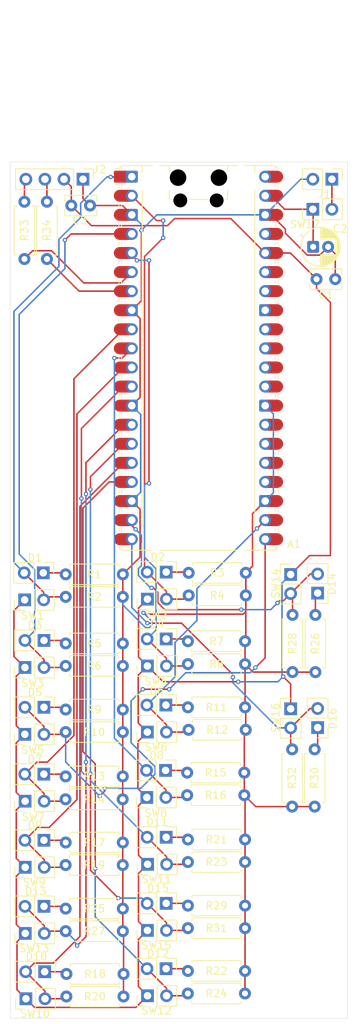
<source format=kicad_pcb>
(kicad_pcb (version 20241229) (generator "pcbnew") (generator_version "9.0")
  (layers (0 "F.Cu" signal) (2 "B.Cu" signal) (13 "F.Paste" user) (15 "B.Paste" user) (5 "F.SilkS" user "F.Silkscreen") (7 "B.SilkS" user "B.Silkscreen") (1 "F.Mask" user) (3 "B.Mask" user) (25 "Edge.Cuts" user))
  (net 0 "")
  (net 1 "/B5")
  (net 3 "GND")
  (net 7 "/B7")
  (net 8 "/VBAT")
  (net 10 "/B6")
  (net 11 "/B3")
  (net 12 "/B0")
  (net 13 "/A3")
  (net 16 "/A2")
  (net 17 "/A5")
  (net 19 "+3V3")
  (net 22 "/B4")
  (net 26 "/A1")
  (net 27 "/B2")
  (net 29 "/B1")
  (net 30 "/A4")
  (net 31 "/A7")
  (net 32 "/A0")
  (net 35 "/GP4")
  (net 40 "/A6")
  (net 42 "/GP5")
  (net 48 "Net-(D1-K)")
  (net 49 "Net-(D2-K)")
  (net 50 "Net-(D3-K)")
  (net 51 "Net-(D4-K)")
  (net 52 "Net-(D5-K)")
  (net 53 "Net-(D6-K)")
  (net 54 "Net-(D7-K)")
  (net 55 "Net-(D8-K)")
  (net 56 "Net-(D9-K)")
  (net 57 "Net-(D10-K)")
  (net 58 "Net-(D11-K)")
  (net 59 "Net-(D12-K)")
  (net 60 "Net-(D13-K)")
  (net 61 "Net-(D14-K)")
  (net 62 "Net-(D15-K)")
  (net 63 "Net-(D16-K)")
  (net 64 "Net-(J1-BAT+)")
  (net 65 "Net-(J2-SDA)")
  (net 66 "Net-(J2-SCK)")
  (footprint "Resistor_THT:R_Axial_DIN0207_L6.3mm_D2.5mm_P7.62mm_Horizontal" (layer "F.Cu") (at 151.42 122.3 180)
    (property "Reference" "R11")
    (property "Value" "1k")
  )
  (footprint "Connector_PinHeader_2.54mm:PinHeader_1x02_P2.54mm_Vertical" (layer "F.Cu") (at 140.865 122 -90)
    (property "Reference" "D6")
    (property "Value" "LED")
  )
  (footprint "Connector_PinHeader_2.54mm:PinHeader_1x02_P2.54mm_Vertical" (layer "F.Cu") (at 138.39 125.6 90)
    (property "Reference" "SW6")
    (property "Value" "SW_SPST")
  )
  (footprint "Connector_PinHeader_2.54mm:PinHeader_1x02_P2.54mm_Vertical" (layer "F.Cu") (at 122.1 143.6 90)
    (property "Reference" "SW9")
    (property "Value" "SW_SPST")
  )
  (footprint "Resistor_THT:R_Axial_DIN0207_L6.3mm_D2.5mm_P7.62mm_Horizontal" (layer "F.Cu") (at 127.5 107.6)
    (property "Reference" "R2")
    (property "Value" "10k")
  )
  (footprint "Resistor_THT:R_Axial_DIN0207_L6.3mm_D2.5mm_P7.62mm_Horizontal" (layer "F.Cu") (at 135.11 131.5 180)
    (property "Reference" "R13")
    (property "Value" "1k")
  )
  (footprint "Connector_PinHeader_2.54mm:PinHeader_1x02_P2.54mm_Vertical" (layer "F.Cu") (at 140.885 157.1 -90)
    (property "Reference" "D12")
    (property "Value" "LED")
  )
  (footprint "Module:RaspberryPi_Pico_Common_Unspecified" (layer "F.Cu") (at 145.21 75.79)
    (property "Reference" "A1")
    (property "Value" "RaspberryPi_Pico")
  )
  (footprint "Resistor_THT:R_Axial_DIN0207_L6.3mm_D2.5mm_P7.62mm_Horizontal" (layer "F.Cu") (at 151.52 104.4 180)
    (property "Reference" "R3")
    (property "Value" "1k")
  )
  (footprint "Connector_PinHeader_2.54mm:PinHeader_1x02_P2.54mm_Vertical" (layer "F.Cu") (at 124.59 131.2 -90)
    (property "Reference" "D7")
    (property "Value" "LED")
  )
  (footprint "Resistor_THT:R_Axial_DIN0207_L6.3mm_D2.5mm_P7.62mm_Horizontal" (layer "F.Cu") (at 143.89 125.3)
    (property "Reference" "R12")
    (property "Value" "10k")
  )
  (footprint "Connector_PinHeader_2.54mm:PinHeader_1x02_P2.54mm_Vertical" (layer "F.Cu") (at 140.82 130.7 -90)
    (property "Reference" "D8")
    (property "Value" "LED")
  )
  (footprint "Resistor_THT:R_Axial_DIN0207_L6.3mm_D2.5mm_P7.62mm_Horizontal" (layer "F.Cu") (at 135.12 149.1 180)
    (property "Reference" "R25")
    (property "Value" "1k")
  )
  (footprint "Connector_PinHeader_2.54mm:PinHeader_1x02_P2.54mm_Vertical" (layer "F.Cu") (at 138.4 107.9 90)
    (property "Reference" "SW2")
    (property "Value" "SW_SPST")
  )
  (footprint "Connector_PinHeader_2.54mm:PinHeader_1x02_P2.54mm_Vertical" (layer "F.Cu") (at 138.41 160.7 90)
    (property "Reference" "SW12")
    (property "Value" "SW_SPST")
  )
  (footprint "Connector_PinHeader_2.54mm:PinHeader_1x02_P2.54mm_Vertical" (layer "F.Cu") (at 122.11 152.4 90)
    (property "Reference" "SW13")
    (property "Value" "SW_SPST")
  )
  (footprint "Resistor_THT:R_Axial_DIN0207_L6.3mm_D2.5mm_P7.62mm_Horizontal" (layer "F.Cu") (at 157.75 109.99 -90)
    (property "Reference" "R28")
    (property "Value" "10k")
  )
  (footprint "Resistor_THT:R_Axial_DIN0207_L6.3mm_D2.5mm_P7.62mm_Horizontal" (layer "F.Cu") (at 151.32 131 180)
    (property "Reference" "R15")
    (property "Value" "1k")
  )
  (footprint "Connector_PinHeader_2.54mm:PinHeader_1x02_P2.54mm_Vertical" (layer "F.Cu") (at 124.61 148.8 -90)
    (property "Reference" "D13")
    (property "Value" "LED")
  )
  (footprint "Resistor_THT:R_Axial_DIN0207_L6.3mm_D2.5mm_P7.62mm_Horizontal" (layer "F.Cu") (at 135.12 140.3 180)
    (property "Reference" "R17")
    (property "Value" "1k")
  )
  (footprint "Resistor_THT:R_Axial_DIN0207_L6.3mm_D2.5mm_P7.62mm_Horizontal" (layer "F.Cu") (at 151.42 139.9 180)
    (property "Reference" "R21")
    (property "Value" "1k")
  )
  (footprint "Connector_PinHeader_2.54mm:PinHeader_1x02_P2.54mm_Vertical" (layer "F.Cu") (at 138.4 116.8 90)
    (property "Reference" "SW4")
    (property "Value" "SW_SPST")
  )
  (footprint "Resistor_THT:R_Axial_DIN0207_L6.3mm_D2.5mm_P7.62mm_Horizontal" (layer "F.Cu") (at 151.42 148.7 180)
    (property "Reference" "R29")
    (property "Value" "1k")
  )
  (footprint "Resistor_THT:R_Axial_DIN0207_L6.3mm_D2.5mm_P7.62mm_Horizontal" (layer "F.Cu") (at 143.8 151.7)
    (property "Reference" "R31")
    (property "Value" "10k")
  )
  (footprint "Connector_PinHeader_2.54mm:PinHeader_1x02_P2.54mm_Vertical" (layer "F.Cu") (at 140.9 139.6 -90)
    (property "Reference" "D11")
    (property "Value" "LED")
  )
  (footprint "Connector_PinHeader_2.54mm:PinHeader_1x02_P2.54mm_Vertical" (layer "F.Cu") (at 124.7 157.5 -90)
    (property "Reference" "D10")
    (property "Value" "LED")
  )
  (footprint "Connector_PinHeader_2.54mm:PinHeader_1x02_P2.54mm_Vertical" (layer "F.Cu") (at 124.6 140 -90)
    (property "Reference" "D9")
    (property "Value" "LED")
  )
  (footprint "Resistor_THT:R_Axial_DIN0207_L6.3mm_D2.5mm_P7.62mm_Horizontal" (layer "F.Cu") (at 143.8 116.55)
    (property "Reference" "R8")
    (property "Value" "10k")
  )
  (footprint "Connector_PinHeader_2.54mm:PinHeader_1x02_P2.54mm_Vertical" (layer "F.Cu") (at 160.46 56 90)
    (property "Reference" "SW17")
    (property "Value" "SW_SPST")
  )
  (footprint "Resistor_THT:R_Axial_DIN0207_L6.3mm_D2.5mm_P7.62mm_Horizontal" (layer "F.Cu") (at 135.22 157.8 180)
    (property "Reference" "R18")
    (property "Value" "1k")
  )
  (footprint "Connector_PinHeader_2.54mm:PinHeader_1x02_P2.54mm_Vertical" (layer "F.Cu") (at 124.61 113.4 -90)
    (property "Reference" "D3")
    (property "Value" "LED")
  )
  (footprint "Resistor_THT:R_Axial_DIN0207_L6.3mm_D2.5mm_P7.62mm_Horizontal" (layer "F.Cu") (at 127.5 152.1)
    (property "Reference" "R27")
    (property "Value" "10k")
  )
  (footprint "Resistor_THT:R_Axial_DIN0207_L6.3mm_D2.5mm_P7.62mm_Horizontal" (layer "F.Cu") (at 135.12 122.6 180)
    (property "Reference" "R9")
    (property "Value" "1k")
  )
  (footprint "Connector_PinHeader_2.54mm:PinHeader_1x02_P2.54mm_Vertical" (layer "F.Cu") (at 122.025 108 90)
    (property "Reference" "SW1")
    (property "Value" "SW_SPST")
  )
  (footprint "Connector_PinHeader_2.54mm:PinHeader_1x02_P2.54mm_Vertical" (layer "F.Cu") (at 161.1 125 180)
    (property "Reference" "D16")
    (property "Value" "LED")
  )
  (footprint "Resistor_THT:R_Axial_DIN0207_L6.3mm_D2.5mm_P7.62mm_Horizontal" (layer "F.Cu") (at 160.8 117.62 90)
    (property "Reference" "R26")
    (property "Value" "1k")
  )
  (footprint "Resistor_THT:R_Axial_DIN0207_L6.3mm_D2.5mm_P7.62mm_Horizontal" (layer "F.Cu") (at 122 55 -90)
    (property "Reference" "R33")
    (property "Value" "4.7k")
  )
  (footprint "Resistor_THT:R_Axial_DIN0207_L6.3mm_D2.5mm_P7.62mm_Horizontal" (layer "F.Cu") (at 127.49 143.3)
    (property "Reference" "R19")
    (property "Value" "10k")
  )
  (footprint "Connector_PinHeader_2.54mm:PinHeader_1x02_P2.54mm_Vertical" (layer "F.Cu") (at 138.425 143.2 90)
    (property "Reference" "SW11")
    (property "Value" "SW_SPST")
  )
  (footprint "Connector_PinHeader_2.54mm:PinHeader_1x02_P2.54mm_Vertical" (layer "F.Cu") (at 140.9 104.3 -90)
    (property "Reference" "D2")
    (property "Value" "LED")
  )
  (footprint "Resistor_THT:R_Axial_DIN0207_L6.3mm_D2.5mm_P7.62mm_Horizontal" (layer "F.Cu") (at 160.7 135.52 90)
    (property "Reference" "R30")
    (property "Value" "1k")
  )
  (footprint "Connector_PinHeader_2.54mm:PinHeader_1x02_P2.54mm_Vertical" (layer "F.Cu") (at 122.09 134.8 90)
    (property "Reference" "SW7")
    (property "Value" "SW_SPST")
  )
  (footprint "Connector_PinHeader_2.54mm:PinHeader_1x02_P2.54mm_Vertical" (layer "F.Cu") (at 122.06 125.9 90)
    (property "Reference" "SW5")
    (property "Value" "SW_SPST")
  )
  (footprint "Capacitor_THT:C_Rect_L4.0mm_W2.5mm_P2.50mm" (layer "F.Cu") (at 163.45 65.3 180)
    (property "Reference" "C1")
    (property "Value" "100nF")
  )
  (footprint "Connector_PinHeader_2.54mm:PinHeader_1x02_P2.54mm_Vertical" (layer "F.Cu") (at 124.6 122.3 -90)
    (property "Reference" "D5")
    (property "Value" "LED")
  )
  (footprint "Connector_PinHeader_2.54mm:PinHeader_1x02_P2.54mm_Vertical" (layer "F.Cu") (at 122.2 161.1 90)
    (property "Reference" "SW10")
    (property "Value" "SW_SPST")
  )
  (footprint "Resistor_THT:R_Axial_DIN0207_L6.3mm_D2.5mm_P7.62mm_Horizontal" (layer "F.Cu") (at 127.59 160.8)
    (property "Reference" "R20")
    (property "Value" "10k")
  )
  (footprint "Resistor_THT:R_Axial_DIN0207_L6.3mm_D2.5mm_P7.62mm_Horizontal" (layer "F.Cu") (at 125 62.62 90)
    (property "Reference" "R34")
    (property "Value" "4.7k")
  )
  (footprint "Resistor_THT:R_Axial_DIN0207_L6.3mm_D2.5mm_P7.62mm_Horizontal" (layer "F.Cu") (at 143.79 160.4)
    (property "Reference" "R24")
    (property "Value" "10k")
  )
  (footprint "Resistor_THT:R_Axial_DIN0207_L6.3mm_D2.5mm_P7.62mm_Horizontal" (layer "F.Cu") (at 151.42 157.4 180)
    (property "Reference" "R22")
    (property "Value" "1k")
  )
  (footprint "Resistor_THT:R_Axial_DIN0207_L6.3mm_D2.5mm_P7.62mm_Horizontal" (layer "F.Cu") (at 143.7 134)
    (property "Reference" "R16")
    (property "Value" "10k")
  )
  (footprint "Connector_PinHeader_2.54mm:PinHeader_1x02_P2.54mm_Vertical" (layer "F.Cu") (at 138.32 134.3 90)
    (property "Reference" "SW8")
    (property "Value" "SW_SPST")
  )
  (footprint "Resistor_THT:R_Axial_DIN0207_L6.3mm_D2.5mm_P7.62mm_Horizontal" (layer "F.Cu") (at 135.12 104.6 180)
    (property "Reference" "R1")
    (property "Value" "1k")
  )
  (footprint "Capacitor_THT:C_Rect_L4.0mm_W2.5mm_P2.50mm" (layer "F.Cu") (at 130.75 55.5 180)
    (property "Reference" "C3")
    (property "Value" "100nF")
  )
  (footprint "Resistor_THT:R_Axial_DIN0207_L6.3mm_D2.5mm_P7.62mm_Horizontal" (layer "F.Cu") (at 143.8 142.9)
    (property "Reference" "R23")
    (property "Value" "10k")
  )
  (footprint "Resistor_THT:R_Axial_DIN0207_L6.3mm_D2.5mm_P7.62mm_Horizontal" (layer "F.Cu") (at 127.5 116.795)
    (property "Reference" "R6")
    (property "Value" "10k")
  )
  (footprint "Resistor_THT:R_Axial_DIN0207_L6.3mm_D2.5mm_P7.62mm_Horizontal" (layer "F.Cu") (at 127.5 125.6)
    (property "Reference" "R10")
    (property "Value" "10k")
  )
  (footprint "Connector_PinHeader_2.54mm:PinHeader_1x04_P2.54mm_Vertical" (layer "F.Cu") (at 129.81 52 -90)
    (property "Reference" "J2")
    (property "Value" "Conn_01x04")
  )
  (footprint "Resistor_THT:R_Axial_DIN0207_L6.3mm_D2.5mm_P7.62mm_Horizontal" (layer "F.Cu") (at 143.9 107.4)
    (property "Reference" "R4")
    (property "Value" "10k")
  )
  (footprint "Connector_PinHeader_2.54mm:PinHeader_1x02_P2.54mm_Vertical" (layer "F.Cu") (at 157.5 104.62)
    (property "Reference" "SW14")
    (property "Value" "SW_SPST")
  )
  (footprint "Capacitor_THT:CP_Radial_D5.0mm_P2.00mm" (layer "F.Cu") (at 160.5 61)
    (property "Reference" "C2")
    (property "Value" "10uF")
  )
  (footprint "Resistor_THT:R_Axial_DIN0207_L6.3mm_D2.5mm_P7.62mm_Horizontal" (layer "F.Cu") (at 157.7 127.9 -90)
    (property "Reference" "R32")
    (property "Value" "10k")
  )
  (footprint "Connector_PinHeader_2.54mm:PinHeader_1x02_P2.54mm_Vertical" (layer "F.Cu") (at 163 52 -90)
    (property "Reference" "J1")
    (property "Value" "Conn_01x02")
  )
  (footprint "Connector_PinHeader_2.54mm:PinHeader_1x02_P2.54mm_Vertical" (layer "F.Cu") (at 161.1 107.095 180)
    (property "Reference" "D14")
    (property "Value" "LED")
  )
  (footprint "Resistor_THT:R_Axial_DIN0207_L6.3mm_D2.5mm_P7.62mm_Horizontal" (layer "F.Cu") (at 135.12 113.8 180)
    (property "Reference" "R5")
    (property "Value" "1k")
  )
  (footprint "Connector_PinHeader_2.54mm:PinHeader_1x02_P2.54mm_Vertical" (layer "F.Cu") (at 140.9 113.2 -90)
    (property "Reference" "D4")
    (property "Value" "LED")
  )
  (footprint "Connector_PinHeader_2.54mm:PinHeader_1x02_P2.54mm_Vertical" (layer "F.Cu") (at 157.5 122.5)
    (property "Reference" "SW16")
    (property "Value" "SW_SPST")
  )
  (footprint "Connector_PinHeader_2.54mm:PinHeader_1x02_P2.54mm_Vertical" (layer "F.Cu") (at 122.07 117 90)
    (property "Reference" "SW3")
    (property "Value" "SW_SPST")
  )
  (footprint "Resistor_THT:R_Axial_DIN0207_L6.3mm_D2.5mm_P7.62mm_Horizontal" (layer "F.Cu") (at 151.42 113.5 180)
    (property "Reference" "R7")
    (property "Value" "1k")
  )
  (footprint "Connector_PinHeader_2.54mm:PinHeader_1x02_P2.54mm_Vertical" (layer "F.Cu") (at 138.4 152 90)
    (property "Reference" "SW15")
    (property "Value" "SW_SPST")
  )
  (footprint "Resistor_THT:R_Axial_DIN0207_L6.3mm_D2.5mm_P7.62mm_Horizontal" (layer "F.Cu") (at 127.48 134.55)
    (property "Reference" "R14")
    (property "Value" "10k")
  )
  (footprint "Connector_PinHeader_2.54mm:PinHeader_1x02_P2.54mm_Vertical" (layer "F.Cu") (at 140.9 148.4 -90)
    (property "Reference" "D15")
    (property "Value" "LED")
  )
  (footprint "Connector_PinHeader_2.54mm:PinHeader_1x02_P2.54mm_Vertical" (layer "F.Cu") (at 124.51 104.4 -90)
    (property "Reference" "D1")
    (property "Value" "LED")
  )
  (gr_rect (start 120.1 49.7) (end 165.1 163.7) (stroke (width 0.05)) (fill no) (layer "Edge.Cuts"))
  (segment (start 143.49 160.7) (end 143.79 160.4) (width 0.2) (layer "F.Cu") (net 1))
  (segment (start 140.95 159.705) (end 140.95 160.7) (width 0.2) (layer "F.Cu") (net 1))
  (segment (start 136.32 92.3) (end 133.3 92.3) (width 0.2) (layer "F.Cu") (net 1))
  (segment (start 133.3 92.3) (end 129.9 95.7) (width 0.2) (layer "F.Cu") (net 1))
  (segment (start 129.804 128.2) (end 131.435265 129.831265) (width 0.2) (layer "F.Cu") (net 1))
  (segment (start 129.9 95.7) (end 129.804 95.796) (width 0.2) (layer "F.Cu") (net 1))
  (segment (start 131.435265 129.831265) (end 131.435265 143.766735) (width 0.2) (layer "F.Cu") (net 1))
  (segment (start 129.804 95.796) (end 129.804 128.2) (width 0.2) (layer "F.Cu") (net 1))
  (segment (start 140.95 160.7) (end 143.49 160.7) (width 0.2) (layer "F.Cu") (net 1))
  (segment (start 138.345 157.1) (end 140.95 159.705) (width 0.2) (layer "F.Cu") (net 1))
  (via (at 131.435265 143.766735) (size 0.6) (drill 0.3) (layers "F.Cu" "B.Cu") (net 1))
  (segment (start 131.435265 150.190265) (end 138.345 157.1) (width 0.2) (layer "B.Cu") (net 1))
  (segment (start 131.435265 143.766735) (end 131.435265 150.190265) (width 0.2) (layer "B.Cu") (net 1))
  (segment (start 151.52 109.549943) (end 151.168943 109.901) (width 0.2) (layer "F.Cu") (net 3))
  (segment (start 157.75 117.61) (end 152.48 117.61) (width 0.2) (layer "F.Cu") (net 3))
  (segment (start 129.81 52) (end 129.81 54.56) (width 0.2) (layer "F.Cu") (net 3))
  (segment (start 135.1 131.51) (end 135.11 131.5) (width 0.2) (layer "F.Cu") (net 3))
  (segment (start 151.51 122.39) (end 151.42 122.3) (width 0.2) (layer "F.Cu") (net 3))
  (segment (start 157.76 117.62) (end 157.75 117.61) (width 0.2) (layer "F.Cu") (net 3))
  (segment (start 135.11 125.61) (end 135.12 125.6) (width 0.2) (layer "F.Cu") (net 3))
  (segment (start 151.42 148.7) (end 151.42 142.9) (width 0.2) (layer "F.Cu") (net 3))
  (segment (start 135.21 160.8) (end 135.21 157.81) (width 0.2) (layer "F.Cu") (net 3))
  (segment (start 135.22 152.2) (end 135.12 152.1) (width 0.2) (layer "F.Cu") (net 3))
  (segment (start 151.42 139.9) (end 151.42 134.1) (width 0.2) (layer "F.Cu") (net 3))
  (segment (start 151.42 151.7) (end 151.42 148.7) (width 0.2) (layer "F.Cu") (net 3))
  (segment (start 151.52 104.4) (end 151.52 109.549943) (width 0.2) (layer "F.Cu") (net 3))
  (segment (start 138.04953 109.901) (end 137.874265 109.725735) (width 0.2) (layer "F.Cu") (net 3))
  (segment (start 136.32 69.44) (end 137.421 70.541) (width 0.2) (layer "F.Cu") (net 3))
  (segment (start 151.52 107.4) (end 151.52 104.4) (width 0.2) (layer "F.Cu") (net 3))
  (segment (start 135.12 143.31) (end 135.11 143.3) (width 0.2) (layer "F.Cu") (net 3))
  (segment (start 163.45 61.95) (end 162.5 61) (width 0.2) (layer "F.Cu") (net 3))
  (segment (start 152.411 103.509) (end 152.411 96.529) (width 0.2) (layer "F.Cu") (net 3))
  (segment (start 161.399 62.101) (end 159.71484 62.101) (width 0.2) (layer "F.Cu") (net 3))
  (segment (start 151.32 125.49) (end 151.51 125.3) (width 0.2) (layer "F.Cu") (net 3))
  (segment (start 137.421 95.941) (end 136.32 94.84) (width 0.2) (layer "F.Cu") (net 3))
  (segment (start 157.7 135.52) (end 152.84 135.52) (width 0.2) (layer "F.Cu") (net 3))
  (segment (start 129.81 54.56) (end 130.75 55.5) (width 0.2) (layer "F.Cu") (net 3))
  (segment (start 135.12 125.6) (end 135.12 122.6) (width 0.2) (layer "F.Cu") (net 3))
  (segment (start 159.71484 62.101) (end 156.801 59.18716) (width 0.2) (layer "F.Cu") (net 3))
  (segment (start 135.12 152.1) (end 135.12 149.1) (width 0.2) (layer "F.Cu") (net 3))
  (segment (start 151.32 131) (end 151.32 125.49) (width 0.2) (layer "F.Cu") (net 3))
  (segment (start 135.1 134.55) (end 135.1 131.51) (width 0.2) (layer "F.Cu") (net 3))
  (segment (start 151.42 113.5) (end 151.42 113.22) (width 0.2) (layer "F.Cu") (net 3))
  (segment (start 135.21 157.81) (end 135.22 157.8) (width 0.2) (layer "F.Cu") (net 3))
  (segment (start 135.11 143.3) (end 135.11 140.31) (width 0.2) (layer "F.Cu") (net 3))
  (segment (start 151.52 104.4) (end 152.411 103.509) (width 0.2) (layer "F.Cu") (net 3))
  (segment (start 137.421 102.299) (end 137.421 95.941) (width 0.2) (layer "F.Cu") (net 3))
  (segment (start 135.11 140.31) (end 135.12 140.3) (width 0.2) (layer "F.Cu") (net 3))
  (segment (start 137.421 81.039) (end 136.32 82.14) (width 0.2) (layer "F.Cu") (net 3))
  (segment (start 135.11 131.5) (end 135.11 125.61) (width 0.2) (layer "F.Cu") (net 3))
  (segment (start 152.411 96.529) (end 154.1 94.84) (width 0.2) (layer "F.Cu") (net 3))
  (segment (start 136.32 69.44) (end 137.6 68.16) (width 0.2) (layer "F.Cu") (net 3))
  (segment (start 151.42 113.22) (end 151.52 113.12) (width 0.2) (layer "F.Cu") (net 3))
  (segment (start 160.8 117.62) (end 157.76 117.62) (width 0.2) (layer "F.Cu") (net 3))
  (segment (start 135.12 122.6) (end 135.12 116.795) (width 0.2) (layer "F.Cu") (net 3))
  (segment (start 151.41 160.4) (end 151.41 157.41) (width 0.2) (layer "F.Cu") (net 3))
  (segment (start 151.168943 109.901) (end 138.04953 109.901) (width 0.2) (layer "F.Cu") (net 3))
  (segment (start 162.5 61) (end 161.399 62.101) (width 0.2) (layer "F.Cu") (net 3))
  (segment (start 135.12 149.1) (end 135.12 143.31) (width 0.2) (layer "F.Cu") (net 3))
  (segment (start 151.42 116.55) (end 151.42 113.5) (width 0.2) (layer "F.Cu") (net 3))
  (segment (start 135.08 55.5) (end 136.32 56.74) (width 0.2) (layer "F.Cu") (net 3))
  (segment (start 151.42 142.9) (end 151.42 139.9) (width 0.2) (layer "F.Cu") (net 3))
  (segment (start 151.52 113.12) (end 151.52 107.4) (width 0.2) (layer "F.Cu") (net 3))
  (segment (start 151.42 134.1) (end 151.32 134) (width 0.2) (layer "F.Cu") (net 3))
  (segment (start 135.12 140.3) (end 135.12 134.57) (width 0.2) (layer "F.Cu") (net 3))
  (segment (start 137.421 70.541) (end 137.421 81.039) (width 0.2) (layer "F.Cu") (net 3))
  (segment (start 151.32 134) (end 151.32 131) (width 0.2) (layer "F.Cu") (net 3))
  (segment (start 156.801 59.18716) (end 156.801 58.636) (width 0.2) (layer "F.Cu") (net 3))
  (segment (start 152.48 117.61) (end 151.42 116.55) (width 0.2) (layer "F.Cu") (net 3))
  (segment (start 163.45 65.3) (end 163.45 61.95) (width 0.2) (layer "F.Cu") (net 3))
  (segment (start 151.41 157.41) (end 151.42 157.4) (width 0.2) (layer "F.Cu") (net 3))
  (segment (start 154.905 56.74) (end 154.1 56.74) (width 0.2) (layer "F.Cu") (net 3))
  (segment (start 137.6 68.16) (end 137.6 58.8) (width 0.2) (layer "F.Cu") (net 3))
  (segment (start 152.84 135.52) (end 151.32 134) (width 0.2) (layer "F.Cu") (net 3))
  (segment (start 156.801 58.636) (end 154.905 56.74) (width 0.2) (layer "F.Cu") (net 3))
  (segment (start 130.75 55.5) (end 135.08 55.5) (width 0.2) (layer "F.Cu") (net 3))
  (segment (start 135.12 116.795) (end 135.12 113.8) (width 0.2) (layer "F.Cu") (net 3))
  (segment (start 135.12 107.6) (end 135.12 104.6) (width 0.2) (layer "F.Cu") (net 3))
  (segment (start 160.7 135.52) (end 157.7 135.52) (width 0.2) (layer "F.Cu") (net 3))
  (segment (start 135.12 104.6) (end 137.421 102.299) (width 0.2) (layer "F.Cu") (net 3))
  (segment (start 151.51 125.3) (end 151.51 122.39) (width 0.2) (layer "F.Cu") (net 3))
  (segment (start 135.22 157.8) (end 135.22 152.2) (width 0.2) (layer "F.Cu") (net 3))
  (segment (start 135.12 113.8) (end 135.12 107.6) (width 0.2) (layer "F.Cu") (net 3))
  (segment (start 151.42 157.4) (end 151.42 151.7) (width 0.2) (layer "F.Cu") (net 3))
  (segment (start 151.42 122.3) (end 151.42 116.55) (width 0.2) (layer "F.Cu") (net 3))
  (segment (start 135.12 134.57) (end 135.1 134.55) (width 0.2) (layer "F.Cu") (net 3))
  (via (at 137.874265 109.725735) (size 0.6) (drill 0.3) (layers "F.Cu" "B.Cu") (net 3))
  (via (at 137.6 58.8) (size 0.6) (drill 0.3) (layers "F.Cu" "B.Cu") (net 3))
  (segment (start 139.001 111.348943) (end 138.648943 111.701) (width 0.2) (layer "B.Cu") (net 3))
  (segment (start 138.151057 111.701) (end 135.12 108.669943) (width 0.2) (layer "B.Cu") (net 3))
  (segment (start 138.648943 111.701) (end 138.151057 111.701) (width 0.2) (layer "B.Cu") (net 3))
  (segment (start 155.201 93.739) (end 154.1 94.84) (width 0.2) (layer "B.Cu") (net 3))
  (segment (start 137.6 58.02) (end 136.32 56.74) (width 0.2) (layer "B.Cu") (net 3))
  (segment (start 154.1 82.14) (end 155.201 83.241) (width 0.2) (layer "B.Cu") (net 3))
  (segment (start 137.874265 109.725735) (end 139.001 110.85247) (width 0.2) (layer "B.Cu") (net 3))
  (segment (start 139.66 56.74) (end 154.1 56.74) (width 0.2) (layer "B.Cu") (net 3))
  (segment (start 137.5 83.32) (end 136.32 82.14) (width 0.2) (layer "B.Cu") (net 3))
  (segment (start 155.201 83.241) (end 155.201 93.739) (width 0.2) (layer "B.Cu") (net 3))
  (segment (start 158.84 52) (end 160.46 52) (width 0.2) (layer "B.Cu") (net 3))
  (segment (start 135.12 108.669943) (end 135.12 107.6) (width 0.2) (layer "B.Cu") (net 3))
  (segment (start 137.5 93.66) (end 137.5 83.32) (width 0.2) (layer "B.Cu") (net 3))
  (segment (start 137.6 58.8) (end 139.66 56.74) (width 0.2) (layer "B.Cu") (net 3))
  (segment (start 154.1 56.74) (end 158.84 52) (width 0.2) (layer "B.Cu") (net 3))
  (segment (start 139.001 110.85247) (end 139.001 111.348943) (width 0.2) (layer "B.Cu") (net 3))
  (segment (start 136.32 94.84) (end 137.5 93.66) (width 0.2) (layer "B.Cu") (net 3))
  (segment (start 137.6 58.8) (end 137.6 58.02) (width 0.2) (layer "B.Cu") (net 3))
  (segment (start 138.4 111.1) (end 142.95705 111.1) (width 0.2) (layer "F.Cu") (net 7))
  (segment (start 160.08 122.46) (end 157.5 125.04) (width 0.2) (layer "F.Cu") (net 7))
  (segment (start 161.1 122.46) (end 160.08 122.46) (width 0.2) (layer "F.Cu") (net 7))
  (segment (start 142.95705 111.1) (end 149.8 117.94295) (width 0.2) (layer "F.Cu") (net 7))
  (segment (start 149.8 117.94295) (end 149.8 118.3) (width 0.2) (layer "F.Cu") (net 7))
  (segment (start 157.5 127.7) (end 157.7 127.9) (width 0.2) (layer "F.Cu") (net 7))
  (segment (start 157.5 125.04) (end 157.5 127.7) (width 0.2) (layer "F.Cu") (net 7))
  (via (at 138.4 111.1) (size 0.6) (drill 0.3) (layers "F.Cu" "B.Cu") (net 7))
  (via (at 149.8 118.3) (size 0.6) (drill 0.3) (layers "F.Cu" "B.Cu") (net 7))
  (segment (start 155.790057 125.04) (end 157.5 125.04) (width 0.2) (layer "B.Cu") (net 7))
  (segment (start 136.32 109.02) (end 138.4 111.1) (width 0.2) (layer "B.Cu") (net 7))
  (segment (start 136.32 99.92) (end 136.32 109.02) (width 0.2) (layer "B.Cu") (net 7))
  (segment (start 149.8 119.049943) (end 155.790057 125.04) (width 0.2) (layer "B.Cu") (net 7))
  (segment (start 149.8 118.3) (end 149.8 119.049943) (width 0.2) (layer "B.Cu") (net 7))
  (segment (start 160.5 61) (end 160.5 56.04) (width 0.2) (layer "F.Cu") (net 8))
  (segment (start 160.46 56) (end 156.7 56) (width 0.2) (layer "F.Cu") (net 8))
  (segment (start 156.7 56) (end 154.9 54.2) (width 0.2) (layer "F.Cu") (net 8))
  (segment (start 160.5 56.04) (end 160.46 56) (width 0.2) (layer "F.Cu") (net 8))
  (segment (start 139.202 106.4) (end 139.789 106.987) (width 0.2) (layer "F.Cu") (net 10))
  (segment (start 155.749 108.4) (end 156.049 108.1) (width 0.2) (layer "F.Cu") (net 10))
  (segment (start 136.32 97.38) (end 136.32 98.099) (width 0.2) (layer "F.Cu") (net 10))
  (segment (start 136.32 98.099) (end 136.821 98.6) (width 0.2) (layer "F.Cu") (net 10))
  (segment (start 138.951 106.4) (end 139.202 106.4) (width 0.2) (layer "F.Cu") (net 10))
  (segment (start 140.71224 109.3) (end 150.92 109.3) (width 0.2) (layer "F.Cu") (net 10))
  (segment (start 156.56 108.1) (end 157.5 107.16) (width 0.2) (layer "F.Cu") (net 10))
  (segment (start 157.5 107.16) (end 160.105 104.555) (width 0.2) (layer "F.Cu") (net 10))
  (segment (start 156.049 108.1) (end 156.56 108.1) (width 0.2) (layer "F.Cu") (net 10))
  (segment (start 157.75 109.99) (end 157.75 107.41) (width 0.2) (layer "F.Cu") (net 10))
  (segment (start 160.105 104.555) (end 161.1 104.555) (width 0.2) (layer "F.Cu") (net 10))
  (segment (start 139.789 108.37676) (end 140.71224 109.3) (width 0.2) (layer "F.Cu") (net 10))
  (segment (start 157.75 107.41) (end 157.5 107.16) (width 0.2) (layer "F.Cu") (net 10))
  (segment (start 139.789 106.987) (end 139.789 108.37676) (width 0.2) (layer "F.Cu") (net 10))
  (via (at 138.951 106.4) (size 0.6) (drill 0.3) (layers "F.Cu" "B.Cu") (net 10))
  (via (at 155.749 108.4) (size 0.6) (drill 0.3) (layers "F.Cu" "B.Cu") (net 10))
  (via (at 136.821 98.6) (size 0.6) (drill 0.3) (layers "F.Cu" "B.Cu") (net 10))
  (via (at 150.92 109.3) (size 0.6) (drill 0.3) (layers "F.Cu" "B.Cu") (net 10))
  (segment (start 137.209 103.82324) (end 137.209 104.77676) (width 0.2) (layer "B.Cu") (net 10))
  (segment (start 137.608 99.387) (end 137.608 103.42424) (width 0.2) (layer "B.Cu") (net 10))
  (segment (start 138.83224 106.4) (end 138.951 106.4) (width 0.2) (layer "B.Cu") (net 10))
  (segment (start 137.608 103.42424) (end 137.209 103.82324) (width 0.2) (layer "B.Cu") (net 10))
  (segment (start 137.209 104.77676) (end 138.83224 106.4) (width 0.2) (layer "B.Cu") (net 10))
  (segment (start 136.821 98.6) (end 137.608 99.387) (width 0.2) (layer "B.Cu") (net 10))
  (segment (start 154.849 109.3) (end 155.749 108.4) (width 0.2) (layer "B.Cu") (net 10))
  (segment (start 150.92 109.3) (end 154.849 109.3) (width 0.2) (layer "B.Cu") (net 10))
  (segment (start 143.5 152) (end 143.8 151.7) (width 0.2) (layer "F.Cu") (net 11))
  (segment (start 138.36 148.4) (end 140.94 150.98) (width 0.2) (layer "F.Cu") (net 11))
  (segment (start 130.802 143.982) (end 134.52 147.7) (width 0.2) (layer "F.Cu") (net 11))
  (segment (start 130.802 131.145735) (end 130.802 143.982) (width 0.2) (layer "F.Cu") (net 11))
  (segment (start 140.94 152) (end 143.5 152) (width 0.2) (layer "F.Cu") (net 11))
  (segment (start 130.802 91.60663) (end 130.802 93.298103) (width 0.2) (layer "F.Cu") (net 11))
  (segment (start 140.94 150.98) (end 140.94 152) (width 0.2) (layer "F.Cu") (net 11))
  (segment (start 135.18863 87.22) (end 130.802 91.60663) (width 0.2) (layer "F.Cu") (net 11))
  (segment (start 136.32 87.22) (end 135.18863 87.22) (width 0.2) (layer "F.Cu") (net 11))
  (via (at 134.52 147.7) (size 0.6) (drill 0.3) (layers "F.Cu" "B.Cu") (net 11))
  (via (at 130.802 93.298103) (size 0.6) (drill 0.3) (layers "F.Cu" "B.Cu") (net 11))
  (via (at 130.802 131.145735) (size 0.6) (drill 0.3) (layers "F.Cu" "B.Cu") (net 11))
  (segment (start 137.66 147.7) (end 138.36 148.4) (width 0.2) (layer "B.Cu") (net 11))
  (segment (start 130.802 93.298103) (end 130.802 131.145735) (width 0.2) (layer "B.Cu") (net 11))
  (segment (start 134.52 147.7) (end 137.66 147.7) (width 0.2) (layer "B.Cu") (net 11))
  (segment (start 129.002 83.24663) (end 129.002 134.58505) (width 0.2) (layer "F.Cu") (net 12))
  (segment (start 129.002 134.58505) (end 125.28705 138.3) (width 0.2) (layer "F.Cu") (net 12))
  (segment (start 125.28705 138.3) (end 123.76 138.3) (width 0.2) (layer "F.Cu") (net 12))
  (segment (start 122.06 140) (end 124.64 142.58) (width 0.2) (layer "F.Cu") (net 12))
  (segment (start 123.76 138.3) (end 122.06 140) (width 0.2) (layer "F.Cu") (net 12))
  (segment (start 124.64 143.6) (end 127.19 143.6) (width 0.2) (layer "F.Cu") (net 12))
  (segment (start 135.18863 77.06) (end 129.002 83.24663) (width 0.2) (layer "F.Cu") (net 12))
  (segment (start 136.32 77.06) (end 135.18863 77.06) (width 0.2) (layer "F.Cu") (net 12))
  (segment (start 127.19 143.6) (end 127.49 143.3) (width 0.2) (layer "F.Cu") (net 12))
  (segment (start 124.64 142.58) (end 124.64 143.6) (width 0.2) (layer "F.Cu") (net 12))
  (segment (start 140.94 116.8) (end 143.55 116.8) (width 0.2) (layer "F.Cu") (net 13))
  (segment (start 136.32 61.82) (end 136.32 62.12) (width 0.2) (layer "F.Cu") (net 13))
  (segment (start 140.94 115.78) (end 140.94 116.8) (width 0.2) (layer "F.Cu") (net 13))
  (segment (start 138.609 62.811883) (end 138.609 92.49) (width 0.2) (layer "F.Cu") (net 13))
  (segment (start 136.32 62.12) (end 137 62.8) (width 0.2) (layer "F.Cu") (net 13))
  (segment (start 138.36 113.2) (end 140.94 115.78) (width 0.2) (layer "F.Cu") (net 13))
  (segment (start 143.55 116.8) (end 143.8 116.55) (width 0.2) (layer "F.Cu") (net 13))
  (via (at 137 62.8) (size 0.6) (drill 0.3) (layers "F.Cu" "B.Cu") (net 13))
  (via (at 138.609 92.49) (size 0.6) (drill 0.3) (layers "F.Cu" "B.Cu") (net 13))
  (via (at 138.609 62.811883) (size 0.6) (drill 0.3) (layers "F.Cu" "B.Cu") (net 13))
  (segment (start 137 62.8) (end 138.597117 62.8) (width 0.2) (layer "B.Cu") (net 13))
  (segment (start 139.551 103.86324) (end 139.551 112.009) (width 0.2) (layer "B.Cu") (net 13))
  (segment (start 138.609 92.49) (end 138.267164 92.49) (width 0.2) (layer "B.Cu") (net 13))
  (segment (start 138.597117 62.8) (end 138.609 62.811883) (width 0.2) (layer "B.Cu") (net 13))
  (segment (start 138.267164 92.49) (end 138.009 92.748164) (width 0.2) (layer "B.Cu") (net 13))
  (segment (start 139.551 112.009) (end 138.36 113.2) (width 0.2) (layer "B.Cu") (net 13))
  (segment (start 138.009 102.32124) (end 139.551 103.86324) (width 0.2) (layer "B.Cu") (net 13))
  (segment (start 138.009 92.748164) (end 138.009 102.32124) (width 0.2) (layer "B.Cu") (net 13))
  (segment (start 122.07 113.4) (end 124.61 115.94) (width 0.2) (layer "F.Cu") (net 16))
  (segment (start 127.295 117) (end 127.5 116.795) (width 0.2) (layer "F.Cu") (net 16))
  (segment (start 136.32 59.28) (end 128.22 59.28) (width 0.2) (layer "F.Cu") (net 16))
  (segment (start 128.22 59.28) (end 127.4 60.1) (width 0.2) (layer "F.Cu") (net 16))
  (segment (start 124.61 115.94) (end 124.61 117) (width 0.2) (layer "F.Cu") (net 16))
  (segment (start 124.61 117) (end 127.295 117) (width 0.2) (layer "F.Cu") (net 16))
  (via (at 127.4 60.1) (size 0.6) (drill 0.3) (layers "F.Cu" "B.Cu") (net 16))
  (segment (start 127.4 60.1) (end 127.4 63.9) (width 0.2) (layer "B.Cu") (net 16))
  (segment (start 127.4 63.9) (end 121.3 70) (width 0.2) (layer "B.Cu") (net 16))
  (segment (start 122.07 113.4) (end 123.359 112.111) (width 0.2) (layer "B.Cu") (net 16))
  (segment (start 123.359 103.959) (end 121.3 101.9) (width 0.2) (layer "B.Cu") (net 16))
  (segment (start 121.3 70) (end 121.3 101.9) (width 0.2) (layer "B.Cu") (net 16))
  (segment (start 123.359 112.111) (end 123.359 103.959) (width 0.2) (layer "B.Cu") (net 16))
  (segment (start 140.93 124.605) (end 140.93 125.6) (width 0.2) (layer "F.Cu") (net 17))
  (segment (start 138.325 122) (end 140.93 124.605) (width 0.2) (layer "F.Cu") (net 17))
  (segment (start 140.93 125.6) (end 143.59 125.6) (width 0.2) (layer "F.Cu") (net 17))
  (segment (start 143.59 125.6) (end 143.89 125.3) (width 0.2) (layer "F.Cu") (net 17))
  (segment (start 154.1 97.38) (end 154.1 97.411) (width 0.2) (layer "F.Cu") (net 17))
  (segment (start 154.1 97.411) (end 153.011 98.5) (width 0.2) (layer "F.Cu") (net 17))
  (via (at 153.011 98.5) (size 0.6) (drill 0.3) (layers "F.Cu" "B.Cu") (net 17))
  (segment (start 142.091 113.65195) (end 142.091 118.234) (width 0.2) (layer "B.Cu") (net 17))
  (segment (start 153.011 98.5) (end 145.001 106.51) (width 0.2) (layer "B.Cu") (net 17))
  (segment (start 145.001 106.51) (end 145.001 110.74195) (width 0.2) (layer "B.Cu") (net 17))
  (segment (start 145.001 110.74195) (end 142.091 113.65195) (width 0.2) (layer "B.Cu") (net 17))
  (segment (start 142.091 118.234) (end 138.325 122) (width 0.2) (layer "B.Cu") (net 17))
  (segment (start 120.601 109.424) (end 122.025 108) (width 0.2) (layer "F.Cu") (net 19))
  (segment (start 120.909 135.981) (end 122.09 134.8) (width 0.2) (layer "F.Cu") (net 19))
  (segment (start 140.5 118.9) (end 150.5 118.9) (width 0.2) (layer "F.Cu") (net 19))
  (segment (start 127.27 52) (end 128.25 52.98) (width 0.2) (layer "F.Cu") (net 19))
  (segment (start 138.425 143.2) (end 137.209 141.984) (width 0.2) (layer "F.Cu") (net 19))
  (segment (start 137.174 124.384) (end 137.174 118.026) (width 0.2) (layer "F.Cu") (net 19))
  (segment (start 157.5 119.21) (end 156.5 118.21) (width 0.2) (layer "F.Cu") (net 19))
  (segment (start 122.2 161.1) (end 121.009 159.909) (width 0.2) (layer "F.Cu") (net 19))
  (segment (start 137.129 126.861) (end 138.39 125.6) (width 0.2) (layer "F.Cu") (net 19))
  (segment (start 137.194 153.206) (end 138.4 152) (width 0.2) (layer "F.Cu") (net 19))
  (segment (start 120.909 142.409) (end 120.909 135.981) (width 0.2) (layer "F.Cu") (net 19))
  (segment (start 122.11 152.4) (end 120.919 151.209) (width 0.2) (layer "F.Cu") (net 19))
  (segment (start 128.25 52.98) (end 128.25 55.5) (width 0.2) (layer "F.Cu") (net 19))
  (segment (start 137.209 144.416) (end 138.425 143.2) (width 0.2) (layer "F.Cu") (net 19))
  (segment (start 137.209 141.984) (end 137.209 135.411) (width 0.2) (layer "F.Cu") (net 19))
  (segment (start 137.174 118.026) (end 138.4 116.8) (width 0.2) (layer "F.Cu") (net 19))
  (segment (start 121.009 159.909) (end 121.009 153.501) (width 0.2) (layer "F.Cu") (net 19))
  (segment (start 137.209 150.809) (end 137.209 144.416) (width 0.2) (layer "F.Cu") (net 19))
  (segment (start 122.09 134.8) (end 120.899 133.609) (width 0.2) (layer "F.Cu") (net 19))
  (segment (start 120.601 115.531) (end 120.601 109.424) (width 0.2) (layer "F.Cu") (net 19))
  (segment (start 122.1 143.6) (end 120.909 142.409) (width 0.2) (layer "F.Cu") (net 19))
  (segment (start 137.209 115.609) (end 137.209 109.091) (width 0.2) (layer "F.Cu") (net 19))
  (segment (start 121.009 153.501) (end 122.11 152.4) (width 0.2) (layer "F.Cu") (net 19))
  (segment (start 141.074082 58.179) (end 142.014082 57.239) (width 0.2) (layer "F.Cu") (net 19))
  (segment (start 120.919 151.209) (end 120.919 144.781) (width 0.2) (layer "F.Cu") (net 19))
  (segment (start 138.32 134.3) (end 137.129 133.109) (width 0.2) (layer "F.Cu") (net 19))
  (segment (start 138.4 116.8) (end 137.209 115.609) (width 0.2) (layer "F.Cu") (net 19))
  (segment (start 137.209 135.411) (end 138.32 134.3) (width 0.2) (layer "F.Cu") (net 19))
  (segment (start 120.909 118.161) (end 122.07 117) (width 0.2) (layer "F.Cu") (net 19))
  (segment (start 160.95 65.3) (end 157.47 61.82) (width 0.2) (layer "F.Cu") (net 19))
  (segment (start 162.8 102.1) (end 162.8 68.4) (width 0.2) (layer "F.Cu") (net 19))
  (segment (start 120.909 124.749) (end 120.909 118.161) (width 0.2) (layer "F.Cu") (net 19))
  (segment (start 122.07 117) (end 120.601 115.531) (width 0.2) (layer "F.Cu") (net 19))
  (segment (start 136.859 162.251) (end 123.351 162.251) (width 0.2) (layer "F.Cu") (net 19))
  (segment (start 157.47 61.82) (end 154.1 61.82) (width 0.2) (layer "F.Cu") (net 19))
  (segment (start 130.929 58.179) (end 141.074082 58.179) (width 0.2) (layer "F.Cu") (net 19))
  (segment (start 160.95 66.55) (end 160.95 65.3) (width 0.2) (layer "F.Cu") (net 19))
  (segment (start 138.41 160.7) (end 137.194 159.484) (width 0.2) (layer "F.Cu") (net 19))
  (segment (start 162.8 68.4) (end 160.95 66.55) (width 0.2) (layer "F.Cu") (net 19))
  (segment (start 137.129 133.109) (end 137.129 126.861) (width 0.2) (layer "F.Cu") (net 19))
  (segment (start 138.4 152) (end 137.209 150.809) (width 0.2) (layer "F.Cu") (net 19))
  (segment (start 137.194 159.484) (end 137.194 153.206) (width 0.2) (layer "F.Cu") (net 19))
  (segment (start 157.5 122.5) (end 157.5 119.21) (width 0.2) (layer "F.Cu") (net 19))
  (segment (start 157.5 104.62) (end 160.02 102.1) (width 0.2) (layer "F.Cu") (net 19))
  (segment (start 138.4 116.8) (end 140.5 118.9) (width 0.2) (layer "F.Cu") (net 19))
  (segment (start 120.899 133.609) (end 120.899 127.061) (width 0.2) (layer "F.Cu") (net 19))
  (segment (start 138.41 160.7) (end 136.859 162.251) (width 0.2) (layer "F.Cu") (net 19))
  (segment (start 137.209 109.091) (end 138.4 107.9) (width 0.2) (layer "F.Cu") (net 19))
  (segment (start 122.06 125.9) (end 120.909 124.749) (width 0.2) (layer "F.Cu") (net 19))
  (segment (start 142.014082 57.239) (end 149.519 57.239) (width 0.2) (layer "F.Cu") (net 19))
  (segment (start 123.351 162.251) (end 122.2 161.1) (width 0.2) (layer "F.Cu") (net 19))
  (segment (start 120.919 144.781) (end 122.1 143.6) (width 0.2) (layer "F.Cu") (net 19))
  (segment (start 138.39 125.6) (end 137.174 124.384) (width 0.2) (layer "F.Cu") (net 19))
  (segment (start 120.899 127.061) (end 122.06 125.9) (width 0.2) (layer "F.Cu") (net 19))
  (segment (start 149.519 57.239) (end 154.1 61.82) (width 0.2) (layer "F.Cu") (net 19))
  (segment (start 128.25 55.5) (end 130.929 58.179) (width 0.2) (layer "F.Cu") (net 19))
  (segment (start 160.02 102.1) (end 162.8 102.1) (width 0.2) (layer "F.Cu") (net 19))
  (via (at 150.5 118.9) (size 0.6) (drill 0.3) (layers "F.Cu" "B.Cu") (net 19))
  (via (at 156.5 118.21) (size 0.6) (drill 0.3) (layers "F.Cu" "B.Cu") (net 19))
  (segment (start 156.349 105.771) (end 157.5 104.62) (width 0.2) (layer "B.Cu") (net 19))
  (segment (start 156.5 118.21) (end 156.349 118.059) (width 0.2) (layer "B.Cu") (net 19))
  (segment (start 150.5 118.9) (end 155.81 118.9) (width 0.2) (layer "B.Cu") (net 19))
  (segment (start 155.81 118.9) (end 156.5 118.21) (width 0.2) (layer "B.Cu") (net 19))
  (segment (start 156.349 118.059) (end 156.349 105.771) (width 0.2) (layer "B.Cu") (net 19))
  (segment (start 122.16 157.5) (end 124.74 160.08) (width 0.2) (layer "F.Cu") (net 22))
  (segment (start 124.74 161.1) (end 127.29 161.1) (width 0.2) (layer "F.Cu") (net 22))
  (segment (start 125.851 156.349) (end 123.311 156.349) (width 0.2) (layer "F.Cu") (net 22))
  (segment (start 127.29 161.1) (end 127.59 160.8) (width 0.2) (layer "F.Cu") (net 22))
  (segment (start 135.18863 89.76) (end 129.403 95.54563) (width 0.2) (layer "F.Cu") (net 22))
  (segment (start 123.311 156.349) (end 122.16 157.5) (width 0.2) (layer "F.Cu") (net 22))
  (segment (start 124.74 160.08) (end 124.74 161.1) (width 0.2) (layer "F.Cu") (net 22))
  (segment (start 129.403 152.797) (end 125.851 156.349) (width 0.2) (layer "F.Cu") (net 22))
  (segment (start 129.403 95.54563) (end 129.403 152.797) (width 0.2) (layer "F.Cu") (net 22))
  (segment (start 136.32 89.76) (end 135.18863 89.76) (width 0.2) (layer "F.Cu") (net 22))
  (segment (start 139.62 57.5) (end 140.5 57.5) (width 0.2) (layer "F.Cu") (net 26))
  (segment (start 136.32 54.2) (end 139.62 57.5) (width 0.2) (layer "F.Cu") (net 26))
  (segment (start 140.94 106.88) (end 140.94 107.9) (width 0.2) (layer "F.Cu") (net 26))
  (segment (start 140.5 59.8) (end 138.009 62.291) (width 0.2) (layer "F.Cu") (net 26))
  (segment (start 143.4 107.9) (end 143.9 107.4) (width 0.2) (layer "F.Cu") (net 26))
  (segment (start 140.94 107.9) (end 143.4 107.9) (width 0.2) (layer "F.Cu") (net 26))
  (segment (start 138.009 62.291) (end 138.009 103.949) (width 0.2) (layer "F.Cu") (net 26))
  (segment (start 138.009 103.949) (end 138.36 104.3) (width 0.2) (layer "F.Cu") (net 26))
  (segment (start 138.36 104.3) (end 140.94 106.88) (width 0.2) (layer "F.Cu") (net 26))
  (segment (start 136.32 54.2) (end 135.099054 54.2) (width 0.2) (layer "F.Cu") (net 26))
  (via (at 140.5 59.8) (size 0.6) (drill 0.3) (layers "F.Cu" "B.Cu") (net 26))
  (via (at 140.5 57.5) (size 0.6) (drill 0.3) (layers "F.Cu" "B.Cu") (net 26))
  (segment (start 140.5 57.5) (end 140.5 59.8) (width 0.2) (layer "B.Cu") (net 26))
  (segment (start 130.202 129.6) (end 130.202 152.84653) (width 0.2) (layer "F.Cu") (net 27))
  (segment (start 124.95 152.1) (end 124.65 152.4) (width 0.2) (layer "F.Cu") (net 27))
  (segment (start 130.202 152.84653) (end 129.024265 154.024265) (width 0.2) (layer "F.Cu") (net 27))
  (segment (start 135.25726 84.68) (end 130.202 89.73526) (width 0.2) (layer "F.Cu") (net 27))
  (segment (start 130.202 89.73526) (end 130.202 93.898103) (width 0.2) (layer "F.Cu") (net 27))
  (segment (start 124.65 151.38) (end 124.65 152.4) (width 0.2) (layer "F.Cu") (net 27))
  (segment (start 122.07 148.8) (end 124.65 151.38) (width 0.2) (layer "F.Cu") (net 27))
  (segment (start 127.5 152.1) (end 124.95 152.1) (width 0.2) (layer "F.Cu") (net 27))
  (segment (start 136.32 84.68) (end 135.25726 84.68) (width 0.2) (layer "F.Cu") (net 27))
  (via (at 130.202 129.6) (size 0.6) (drill 0.3) (layers "F.Cu" "B.Cu") (net 27))
  (via (at 129.024265 154.024265) (size 0.6) (drill 0.3) (layers "F.Cu" "B.Cu") (net 27))
  (via (at 130.202 93.898103) (size 0.6) (drill 0.3) (layers "F.Cu" "B.Cu") (net 27))
  (segment (start 130.202 93.898103) (end 130.202 129.6) (width 0.2) (layer "B.Cu") (net 27))
  (segment (start 128.8 153.4) (end 127.5 152.1) (width 0.2) (layer "B.Cu") (net 27))
  (segment (start 129.024265 154.024265) (end 128.8 153.8) (width 0.2) (layer "B.Cu") (net 27))
  (segment (start 128.8 153.8) (end 128.8 153.4) (width 0.2) (layer "B.Cu") (net 27))
  (segment (start 140.965 142.205) (end 140.965 143.2) (width 0.2) (layer "F.Cu") (net 29))
  (segment (start 138.36 139.6) (end 140.965 142.205) (width 0.2) (layer "F.Cu") (net 29))
  (segment (start 136.32 79.6) (end 135.18863 79.6) (width 0.2) (layer "F.Cu") (net 29))
  (segment (start 135.18863 79.6) (end 129.602 85.18663) (width 0.2) (layer "F.Cu") (net 29))
  (segment (start 143.5 143.2) (end 143.8 142.9) (width 0.2) (layer "F.Cu") (net 29))
  (segment (start 129.602 85.18663) (end 129.602 94.498102) (width 0.2) (layer "F.Cu") (net 29))
  (segment (start 140.965 143.2) (end 143.5 143.2) (width 0.2) (layer "F.Cu") (net 29))
  (via (at 129.602 94.498102) (size 0.6) (drill 0.3) (layers "F.Cu" "B.Cu") (net 29))
  (segment (start 129.602 130.842) (end 138.36 139.6) (width 0.2) (layer "B.Cu") (net 29))
  (segment (start 129.602 94.498102) (end 129.602 130.842) (width 0.2) (layer "B.Cu") (net 29))
  (segment (start 154.1 99.92) (end 154.1 115.71) (width 0.2) (layer "F.Cu") (net 30))
  (segment (start 137.7 119.9) (end 137.774 119.9) (width 0.2) (layer "F.Cu") (net 30))
  (segment (start 132.704265 133.095735) (end 132.704265 133.454793) (width 0.2) (layer "F.Cu") (net 30))
  (segment (start 154.1 115.71) (end 152.8 117.01) (width 0.2) (layer "F.Cu") (net 30))
  (segment (start 124.6 125.9) (end 127.2 125.9) (width 0.2) (layer "F.Cu") (net 30))
  (segment (start 124.6 124.84) (end 124.6 125.9) (width 0.2) (layer "F.Cu") (net 30))
  (segment (start 122.06 122.3) (end 124.6 124.84) (width 0.2) (layer "F.Cu") (net 30))
  (segment (start 127.2 125.9) (end 127.5 125.6) (width 0.2) (layer "F.Cu") (net 30))
  (segment (start 141.3 119.9) (end 137.7 119.9) (width 0.2) (layer "F.Cu") (net 30))
  (segment (start 132.704265 133.454793) (end 132.035265 134.123793) (width 0.2) (layer "F.Cu") (net 30))
  (via (at 132.704265 133.095735) (size 0.6) (drill 0.3) (layers "F.Cu" "B.Cu") (net 30))
  (via (at 152.8 117.01) (size 0.6) (drill 0.3) (layers "F.Cu" "B.Cu") (net 30))
  (via (at 132.035265 134.123793) (size 0.6) (drill 0.3) (layers "F.Cu" "B.Cu") (net 30))
  (via (at 137.774 119.9) (size 0.6) (drill 0.3) (layers "F.Cu" "B.Cu") (net 30))
  (via (at 141.3 119.9) (size 0.6) (drill 0.3) (layers "F.Cu" "B.Cu") (net 30))
  (segment (start 139.431 131.17676) (end 137.512025 133.095735) (width 0.2) (layer "B.Cu") (net 30))
  (segment (start 127.5 129.588528) (end 127.5 125.6) (width 0.2) (layer "B.Cu") (net 30))
  (segment (start 132.035265 134.123793) (end 127.5 129.588528) (width 0.2) (layer "B.Cu") (net 30))
  (segment (start 152.111 117.699) (end 143.501 117.699) (width 0.2) (layer "B.Cu") (net 30))
  (segment (start 136.221 127.01324) (end 139.431 130.22324) (width 0.2) (layer "B.Cu") (net 30))
  (segment (start 143.501 117.699) (end 141.3 119.9) (width 0.2) (layer "B.Cu") (net 30))
  (segment (start 152.8 117.01) (end 152.111 117.699) (width 0.2) (layer "B.Cu") (net 30))
  (segment (start 137.774 119.9) (end 136.221 121.453) (width 0.2) (layer "B.Cu") (net 30))
  (segment (start 137.512025 133.095735) (end 132.704265 133.095735) (width 0.2) (layer "B.Cu") (net 30))
  (segment (start 139.431 130.22324) (end 139.431 131.17676) (width 0.2) (layer "B.Cu") (net 30))
  (segment (start 136.221 121.453) (end 136.221 127.01324) (width 0.2) (layer "B.Cu") (net 30))
  (segment (start 136.32 74.52) (end 135.04 75.8) (width 0.2) (layer "F.Cu") (net 31))
  (segment (start 135.04 75.8) (end 134 75.8) (width 0.2) (layer "F.Cu") (net 31))
  (segment (start 138.28 130.7) (end 140.86 133.28) (width 0.2) (layer "F.Cu") (net 31))
  (segment (start 140.86 133.28) (end 140.86 134.3) (width 0.2) (layer "F.Cu") (net 31))
  (segment (start 143.4 134.3) (end 143.7 134) (width 0.2) (layer "F.Cu") (net 31))
  (segment (start 140.86 134.3) (end 143.4 134.3) (width 0.2) (layer "F.Cu") (net 31))
  (via (at 134 75.8) (size 0.6) (drill 0.3) (layers "F.Cu" "B.Cu") (net 31))
  (segment (start 134 75.8) (end 134 126.42) (width 0.2) (layer "B.Cu") (net 31))
  (segment (start 134 126.42) (end 138.28 130.7) (width 0.2) (layer "B.Cu") (net 31))
  (segment (start 124.565 106.995) (end 124.565 108) (width 0.2) (layer "F.Cu") (net 32))
  (segment (start 125.1 107.6) (end 127.5 107.6) (width 0.2) (layer "F.Cu") (net 32))
  (segment (start 136.32 51.66) (end 136.28 51.7) (width 0.2) (layer "F.Cu") (net 32))
  (segment (start 124.565 108) (end 124.7 108) (width 0.2) (layer "F.Cu") (net 32))
  (segment (start 136.28 51.7) (end 133.5 51.7) (width 0.2) (layer "F.Cu") (net 32))
  (segment (start 124.7 108) (end 125.1 107.6) (width 0.2) (layer "F.Cu") (net 32))
  (segment (start 121.97 104.4) (end 124.565 106.995) (width 0.2) (layer "F.Cu") (net 32))
  (via (at 133.5 51.7) (size 0.6) (drill 0.3) (layers "F.Cu" "B.Cu") (net 32))
  (segment (start 120.601 103.031) (end 121.97 104.4) (width 0.2) (layer "B.Cu") (net 32))
  (segment (start 133.5 51.7) (end 132.99295 51.7) (width 0.2) (layer "B.Cu") (net 32))
  (segment (start 129.5 57.1) (end 126.6 60) (width 0.2) (layer "B.Cu") (net 32))
  (segment (start 129.5 55.19295) (end 129.5 57.1) (width 0.2) (layer "B.Cu") (net 32))
  (segment (start 126.6 63.6) (end 120.601 69.599) (width 0.2) (layer "B.Cu") (net 32))
  (segment (start 120.601 69.599) (end 120.601 103.031) (width 0.2) (layer "B.Cu") (net 32))
  (segment (start 126.6 60) (end 126.6 63.6) (width 0.2) (layer "B.Cu") (net 32))
  (segment (start 132.99295 51.7) (end 129.5 55.19295) (width 0.2) (layer "B.Cu") (net 32))
  (segment (start 123.101 61.519) (end 125.619 61.519) (width 0.2) (layer "F.Cu") (net 35))
  (segment (start 125.619 61.519) (end 129.9 65.8) (width 0.2) (layer "F.Cu") (net 35))
  (segment (start 134.88 65.8) (end 136.32 64.36) (width 0.2) (layer "F.Cu") (net 35))
  (segment (start 129.9 65.8) (end 134.88 65.8) (width 0.2) (layer "F.Cu") (net 35))
  (segment (start 122 62.62) (end 123.101 61.519) (width 0.2) (layer "F.Cu") (net 35))
  (segment (start 122.05 131.2) (end 124.63 133.78) (width 0.2) (layer "F.Cu") (net 40))
  (segment (start 128.601 78.56763) (end 128.601 126.05605) (width 0.2) (layer "F.Cu") (net 40))
  (segment (start 124.63 133.78) (end 124.63 134.8) (width 0.2) (layer "F.Cu") (net 40))
  (segment (start 125.05705 129.6) (end 123.65 129.6) (width 0.2) (layer "F.Cu") (net 40))
  (segment (start 128.601 126.05605) (end 125.05705 129.6) (width 0.2) (layer "F.Cu") (net 40))
  (segment (start 124.63 134.8) (end 127.23 134.8) (width 0.2) (layer "F.Cu") (net 40))
  (segment (start 123.65 129.6) (end 122.05 131.2) (width 0.2) (layer "F.Cu") (net 40))
  (segment (start 136.32 71.98) (end 135.18863 71.98) (width 0.2) (layer "F.Cu") (net 40))
  (segment (start 127.23 134.8) (end 127.48 134.55) (width 0.2) (layer "F.Cu") (net 40))
  (segment (start 135.18863 71.98) (end 128.601 78.56763) (width 0.2) (layer "F.Cu") (net 40))
  (segment (start 125 62.62) (end 129.28 66.9) (width 0.2) (layer "F.Cu") (net 42))
  (segment (start 129.28 66.9) (end 136.32 66.9) (width 0.2) (layer "F.Cu") (net 42))
  (segment (start 127.3 104.4) (end 127.5 104.6) (width 0.2) (layer "F.Cu") (net 48))
  (segment (start 124.51 104.4) (end 127.3 104.4) (width 0.2) (layer "F.Cu") (net 48))
  (segment (start 140.9 104.3) (end 143.8 104.3) (width 0.2) (layer "F.Cu") (net 49))
  (segment (start 143.8 104.3) (end 143.9 104.4) (width 0.2) (layer "F.Cu") (net 49))
  (segment (start 127.1 113.4) (end 127.5 113.8) (width 0.2) (layer "F.Cu") (net 50))
  (segment (start 124.61 113.4) (end 127.1 113.4) (width 0.2) (layer "F.Cu") (net 50))
  (segment (start 140.9 113.2) (end 143.5 113.2) (width 0.2) (layer "F.Cu") (net 51))
  (segment (start 143.5 113.2) (end 143.8 113.5) (width 0.2) (layer "F.Cu") (net 51))
  (segment (start 124.6 122.3) (end 127.2 122.3) (width 0.2) (layer "F.Cu") (net 52))
  (segment (start 127.2 122.3) (end 127.5 122.6) (width 0.2) (layer "F.Cu") (net 52))
  (segment (start 140.865 122) (end 143.5 122) (width 0.2) (layer "F.Cu") (net 53))
  (segment (start 143.5 122) (end 143.8 122.3) (width 0.2) (layer "F.Cu") (net 53))
  (segment (start 127.19 131.2) (end 127.49 131.5) (width 0.2) (layer "F.Cu") (net 54))
  (segment (start 124.59 131.2) (end 127.19 131.2) (width 0.2) (layer "F.Cu") (net 54))
  (segment (start 143.4 130.7) (end 143.7 131) (width 0.2) (layer "F.Cu") (net 55))
  (segment (start 140.82 130.7) (end 143.4 130.7) (width 0.2) (layer "F.Cu") (net 55))
  (segment (start 124.6 140) (end 127.2 140) (width 0.2) (layer "F.Cu") (net 56))
  (segment (start 127.2 140) (end 127.5 140.3) (width 0.2) (layer "F.Cu") (net 56))
  (segment (start 127.3 157.5) (end 127.6 157.8) (width 0.2) (layer "F.Cu") (net 57))
  (segment (start 124.7 157.5) (end 127.3 157.5) (width 0.2) (layer "F.Cu") (net 57))
  (segment (start 140.9 139.6) (end 143.5 139.6) (width 0.2) (layer "F.Cu") (net 58))
  (segment (start 143.5 139.6) (end 143.8 139.9) (width 0.2) (layer "F.Cu") (net 58))
  (segment (start 140.885 157.1) (end 143.5 157.1) (width 0.2) (layer "F.Cu") (net 59))
  (segment (start 143.5 157.1) (end 143.8 157.4) (width 0.2) (layer "F.Cu") (net 59))
  (segment (start 127.2 148.8) (end 127.5 149.1) (width 0.2) (layer "F.Cu") (net 60))
  (segment (start 124.61 148.8) (end 127.2 148.8) (width 0.2) (layer "F.Cu") (net 60))
  (segment (start 160.8 110) (end 160.8 107.395) (width 0.2) (layer "F.Cu") (net 61))
  (segment (start 160.8 107.395) (end 161.1 107.095) (width 0.2) (layer "F.Cu") (net 61))
  (segment (start 143.5 148.4) (end 143.8 148.7) (width 0.2) (layer "F.Cu") (net 62))
  (segment (start 140.9 148.4) (end 143.5 148.4) (width 0.2) (layer "F.Cu") (net 62))
  (segment (start 161.1 125) (end 161.1 127.5) (width 0.2) (layer "F.Cu") (net 63))
  (segment (start 161.1 127.5) (end 160.7 127.9) (width 0.2) (layer "F.Cu") (net 63))
  (segment (start 163 56) (end 163 52) (width 0.2) (layer "F.Cu") (net 64))
  (segment (start 122 52.19) (end 122.19 52) (width 0.2) (layer "F.Cu") (net 65))
  (segment (start 122 55) (end 122 52.19) (width 0.2) (layer "F.Cu") (net 65))
  (segment (start 125 52.27) (end 124.73 52) (width 0.2) (layer "F.Cu") (net 66))
  (segment (start 125 55) (end 125 52.27) (width 0.2) (layer "F.Cu") (net 66))
)
</source>
